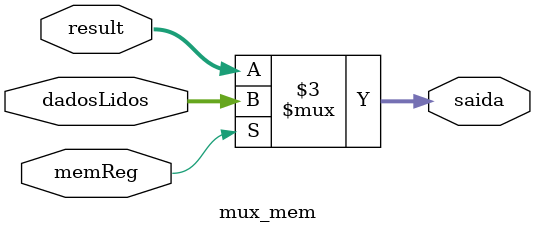
<source format=sv>
module mux_mem (
    input  logic [31:0] dadosLidos,
    input  logic [31:0] result,
    input  logic        memReg,
    output logic [31:0] saida
);

    always_comb begin
        if (memReg)
            saida = dadosLidos;
        else
            saida = result;
    end

endmodule

</source>
